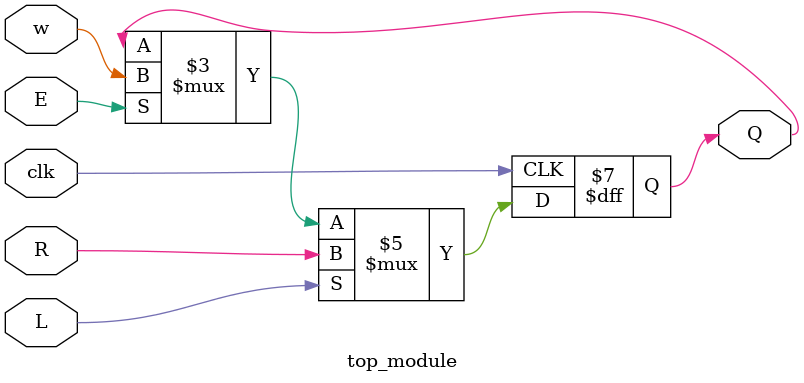
<source format=sv>
module top_module (
	input clk,
	input w,
	input R,
	input E,
	input L,
	output reg Q
);

	always @(posedge clk)
	begin
		if (L == 1'b1)
			Q <= R;
		else
			Q <= E ? w : Q;		
	end

endmodule

</source>
